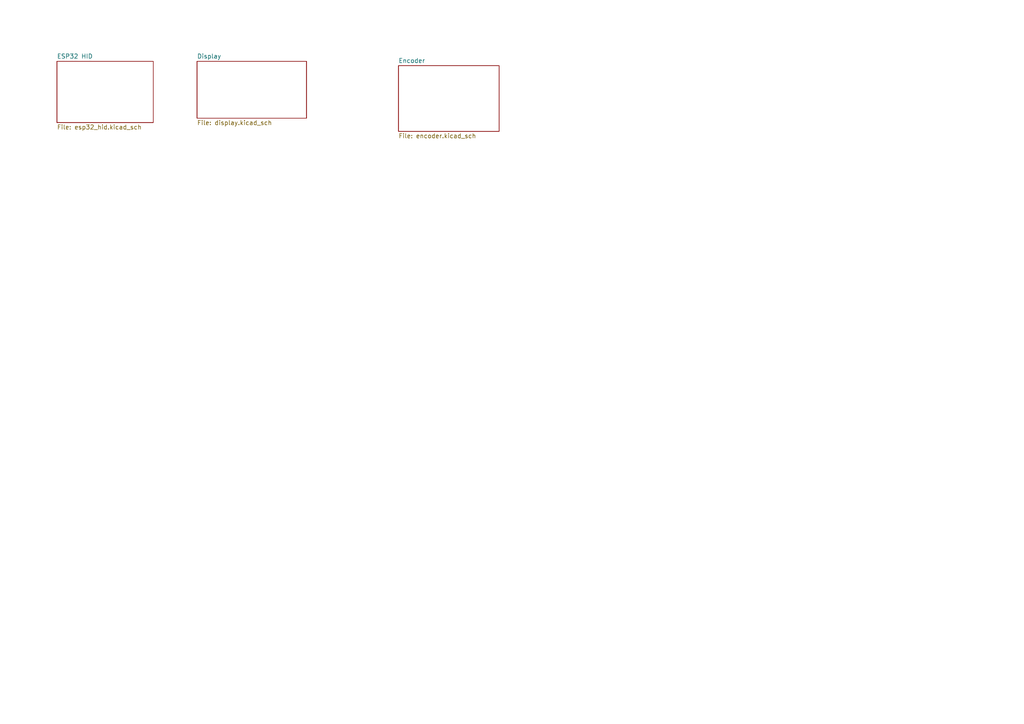
<source format=kicad_sch>
(kicad_sch
	(version 20250114)
	(generator "eeschema")
	(generator_version "9.0")
	(uuid "4e84333a-ed75-4a38-ba9b-d100b228024c")
	(paper "A4")
	(lib_symbols)
	(sheet
		(at 115.57 19.05)
		(size 29.21 19.05)
		(exclude_from_sim no)
		(in_bom yes)
		(on_board yes)
		(dnp no)
		(fields_autoplaced yes)
		(stroke
			(width 0.1524)
			(type solid)
		)
		(fill
			(color 0 0 0 0.0000)
		)
		(uuid "21b245af-c3d8-4405-bdbd-4fdd89fa37ec")
		(property "Sheetname" "Encoder"
			(at 115.57 18.3384 0)
			(effects
				(font
					(size 1.27 1.27)
				)
				(justify left bottom)
			)
		)
		(property "Sheetfile" "encoder.kicad_sch"
			(at 115.57 38.6846 0)
			(effects
				(font
					(size 1.27 1.27)
				)
				(justify left top)
			)
		)
		(instances
			(project "Tisch"
				(path "/08b9944e-0e9a-4685-98da-9a654683b13c/245bb5b0-daf4-45b9-ad72-e6163f4a1a2a"
					(page "16")
				)
			)
		)
	)
	(sheet
		(at 16.51 17.78)
		(size 27.94 17.78)
		(exclude_from_sim no)
		(in_bom yes)
		(on_board yes)
		(dnp no)
		(fields_autoplaced yes)
		(stroke
			(width 0.1524)
			(type solid)
		)
		(fill
			(color 0 0 0 0.0000)
		)
		(uuid "32d7e3ce-7b62-40e2-8be1-57adbbb5983b")
		(property "Sheetname" "ESP32 HID"
			(at 16.51 17.0684 0)
			(effects
				(font
					(size 1.27 1.27)
				)
				(justify left bottom)
			)
		)
		(property "Sheetfile" "esp32_hid.kicad_sch"
			(at 16.51 36.1446 0)
			(effects
				(font
					(size 1.27 1.27)
				)
				(justify left top)
			)
		)
		(instances
			(project "Tisch"
				(path "/08b9944e-0e9a-4685-98da-9a654683b13c/245bb5b0-daf4-45b9-ad72-e6163f4a1a2a"
					(page "14")
				)
			)
		)
	)
	(sheet
		(at 57.15 17.78)
		(size 31.75 16.51)
		(exclude_from_sim no)
		(in_bom yes)
		(on_board yes)
		(dnp no)
		(fields_autoplaced yes)
		(stroke
			(width 0.1524)
			(type solid)
		)
		(fill
			(color 0 0 0 0.0000)
		)
		(uuid "63088da3-818f-4167-aa34-400e858a62be")
		(property "Sheetname" "Display"
			(at 57.15 17.0684 0)
			(effects
				(font
					(size 1.27 1.27)
				)
				(justify left bottom)
			)
		)
		(property "Sheetfile" "display.kicad_sch"
			(at 57.15 34.8746 0)
			(effects
				(font
					(size 1.27 1.27)
				)
				(justify left top)
			)
		)
		(instances
			(project "Tisch"
				(path "/08b9944e-0e9a-4685-98da-9a654683b13c/245bb5b0-daf4-45b9-ad72-e6163f4a1a2a"
					(page "15")
				)
			)
		)
	)
)

</source>
